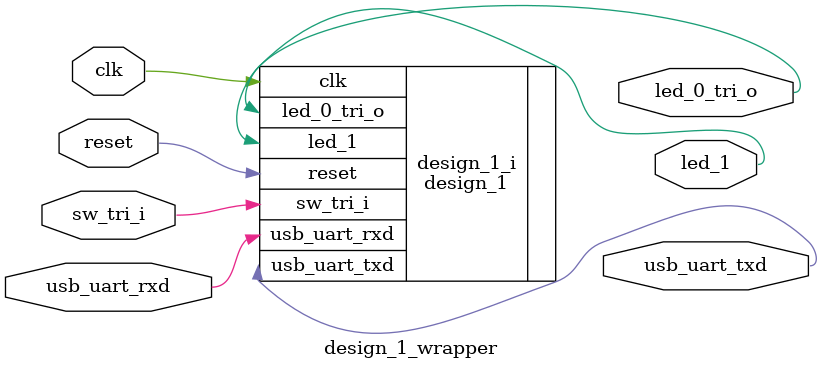
<source format=v>
`timescale 1 ps / 1 ps

module design_1_wrapper
   (clk,
    led_0_tri_o,
    led_1,
    reset,
    sw_tri_i,
    usb_uart_rxd,
    usb_uart_txd);
  input clk;
  output [0:0]led_0_tri_o;
  output led_1;
  input reset;
  input [0:0]sw_tri_i;
  input usb_uart_rxd;
  output usb_uart_txd;

  wire clk;
  wire [0:0]led_0_tri_o;
  wire led_1;
  wire reset;
  wire [0:0]sw_tri_i;
  wire usb_uart_rxd;
  wire usb_uart_txd;

  design_1 design_1_i
       (.clk(clk),
        .led_0_tri_o(led_0_tri_o),
        .led_1(led_1),
        .reset(reset),
        .sw_tri_i(sw_tri_i),
        .usb_uart_rxd(usb_uart_rxd),
        .usb_uart_txd(usb_uart_txd));
endmodule

</source>
